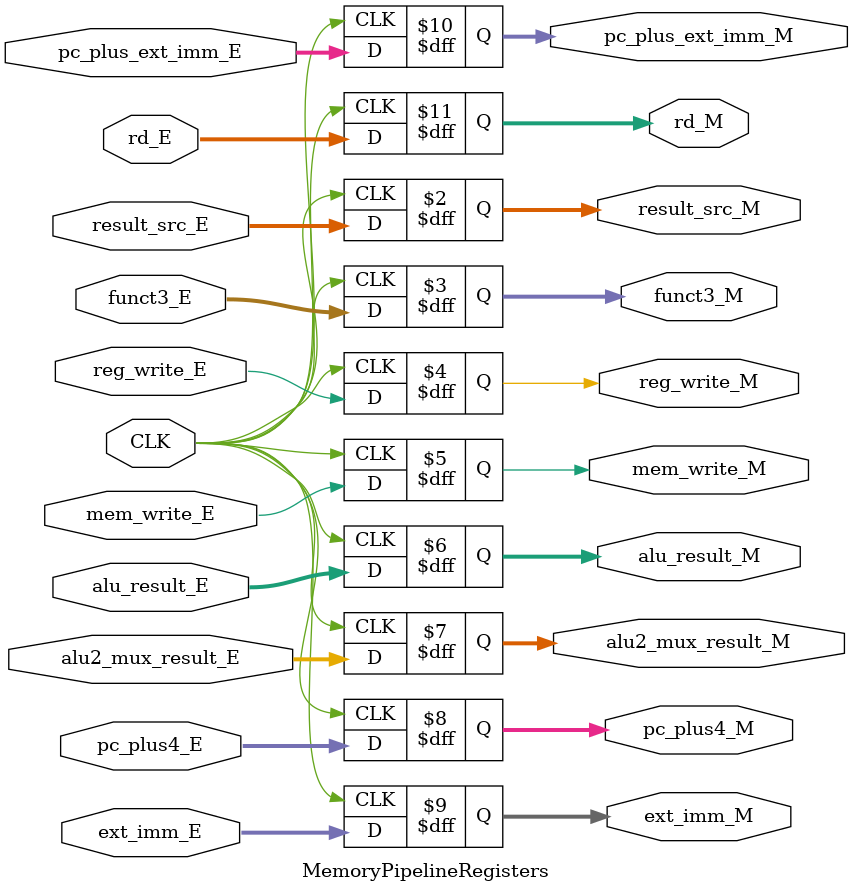
<source format=sv>
module MemoryPipelineRegisters(
	input logic CLK,
	input logic [2:0] result_src_E, funct3_E,
	input logic reg_write_E, mem_write_E,
	input logic [31:0] alu_result_E, alu2_mux_result_E, pc_plus4_E, ext_imm_E, pc_plus_ext_imm_E,
	input logic [4:0] rd_E,

	output logic [2:0] result_src_M, funct3_M,
	output logic reg_write_M, mem_write_M,
	output logic [31:0] alu_result_M, alu2_mux_result_M, pc_plus4_M, ext_imm_M, pc_plus_ext_imm_M,
	output logic [4:0] rd_M
);

always @(posedge CLK)
begin

	result_src_M <= result_src_E;
	funct3_M <= funct3_E;
	reg_write_M <= reg_write_E;
	mem_write_M <= mem_write_E;
	alu_result_M <= alu_result_E;
	alu2_mux_result_M <= alu2_mux_result_E;
	pc_plus4_M <= pc_plus4_E;
	ext_imm_M <= ext_imm_E;
	pc_plus_ext_imm_M <= pc_plus_ext_imm_E;
	rd_M <= rd_E;

end

endmodule
</source>
